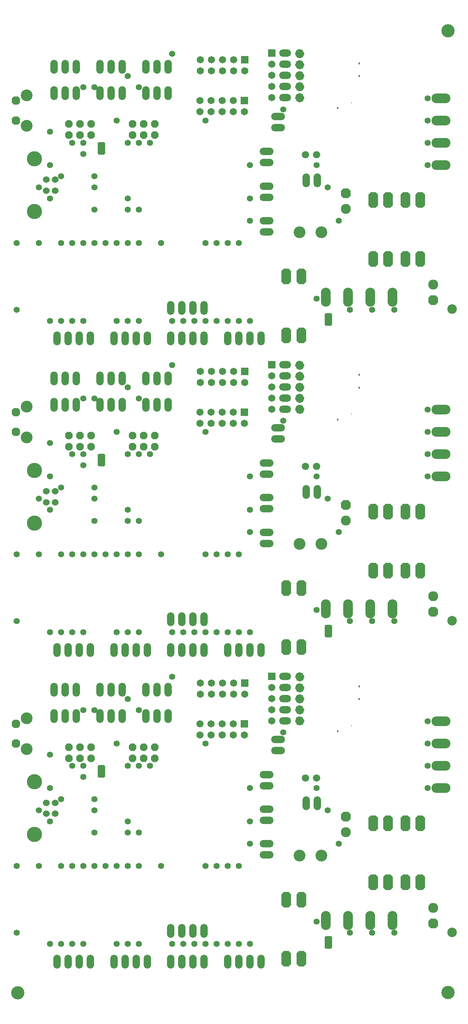
<source format=gbs>
G04 Layer_Color=16711935*
%FSLAX24Y24*%
%MOIN*%
G70*
G01*
G75*
%ADD47C,0.0600*%
G04:AMPARAMS|DCode=164|XSize=118.7mil|YSize=118.7mil|CornerRadius=59.4mil|HoleSize=0mil|Usage=FLASHONLY|Rotation=90.000|XOffset=0mil|YOffset=0mil|HoleType=Round|Shape=RoundedRectangle|*
%AMROUNDEDRECTD164*
21,1,0.1187,0.0000,0,0,90.0*
21,1,0.0000,0.1187,0,0,90.0*
1,1,0.1187,0.0000,0.0000*
1,1,0.1187,0.0000,0.0000*
1,1,0.1187,0.0000,0.0000*
1,1,0.1187,0.0000,0.0000*
%
%ADD164ROUNDEDRECTD164*%
G04:AMPARAMS|DCode=194|XSize=56mil|YSize=56mil|CornerRadius=28mil|HoleSize=0mil|Usage=FLASHONLY|Rotation=90.000|XOffset=0mil|YOffset=0mil|HoleType=Round|Shape=RoundedRectangle|*
%AMROUNDEDRECTD194*
21,1,0.0560,0.0000,0,0,90.0*
21,1,0.0000,0.0560,0,0,90.0*
1,1,0.0560,0.0000,0.0000*
1,1,0.0560,0.0000,0.0000*
1,1,0.0560,0.0000,0.0000*
1,1,0.0560,0.0000,0.0000*
%
%ADD194ROUNDEDRECTD194*%
G04:AMPARAMS|DCode=196|XSize=139mil|YSize=89mil|CornerRadius=0mil|HoleSize=0mil|Usage=FLASHONLY|Rotation=270.000|XOffset=0mil|YOffset=0mil|HoleType=Round|Shape=Octagon|*
%AMOCTAGOND196*
4,1,8,-0.0223,-0.0695,0.0223,-0.0695,0.0445,-0.0473,0.0445,0.0473,0.0223,0.0695,-0.0223,0.0695,-0.0445,0.0473,-0.0445,-0.0473,-0.0223,-0.0695,0.0*
%
%ADD196OCTAGOND196*%

%ADD197C,0.0651*%
%ADD198R,0.0651X0.0651*%
%ADD199O,0.0660X0.1260*%
%ADD200P,0.0823X8X292.5*%
%ADD201C,0.1060*%
%ADD202O,0.1260X0.0660*%
%ADD203O,0.1084X0.0651*%
%ADD204R,0.0651X0.0651*%
%ADD205C,0.1365*%
%ADD206O,0.1710X0.0885*%
%ADD207P,0.0974X8X112.5*%
%ADD208C,0.0900*%
%ADD209P,0.0736X8X22.5*%
%ADD210C,0.0660*%
%ADD211C,0.0860*%
%ADD212O,0.0885X0.1710*%
%ADD213C,0.0180*%
%ADD214C,0.0080*%
%ADD215C,0.0420*%
%ADD216R,0.0704X0.0354*%
G04:AMPARAMS|DCode=217|XSize=52mil|YSize=69mil|CornerRadius=14.5mil|HoleSize=0mil|Usage=FLASHONLY|Rotation=270.000|XOffset=0mil|YOffset=0mil|HoleType=Round|Shape=RoundedRectangle|*
%AMROUNDEDRECTD217*
21,1,0.0520,0.0400,0,0,270.0*
21,1,0.0230,0.0690,0,0,270.0*
1,1,0.0290,-0.0200,-0.0115*
1,1,0.0290,-0.0200,0.0115*
1,1,0.0290,0.0200,0.0115*
1,1,0.0290,0.0200,-0.0115*
%
%ADD217ROUNDEDRECTD217*%
G04:AMPARAMS|DCode=218|XSize=56mil|YSize=56mil|CornerRadius=28mil|HoleSize=0mil|Usage=FLASHONLY|Rotation=0.000|XOffset=0mil|YOffset=0mil|HoleType=Round|Shape=RoundedRectangle|*
%AMROUNDEDRECTD218*
21,1,0.0560,0.0000,0,0,0.0*
21,1,0.0000,0.0560,0,0,0.0*
1,1,0.0560,0.0000,0.0000*
1,1,0.0560,0.0000,0.0000*
1,1,0.0560,0.0000,0.0000*
1,1,0.0560,0.0000,0.0000*
%
%ADD218ROUNDEDRECTD218*%
D47*
X15637Y26665D02*
D03*
Y27657D02*
D03*
X16427D02*
D03*
Y26665D02*
D03*
X15637Y54657D02*
D03*
Y55650D02*
D03*
X16427D02*
D03*
Y54657D02*
D03*
X15637Y82650D02*
D03*
Y83642D02*
D03*
X16427D02*
D03*
Y82650D02*
D03*
D164*
X51800Y96998D02*
D03*
Y10600D02*
D03*
X13061Y10561D02*
D03*
D194*
X33969Y23969D02*
D03*
X36969Y33969D02*
D03*
X33969Y51961D02*
D03*
X36969Y61961D02*
D03*
X33969Y79953D02*
D03*
X36969Y89953D02*
D03*
D196*
X38583Y18959D02*
D03*
X37243D02*
D03*
Y13659D02*
D03*
X38583D02*
D03*
X45048Y25809D02*
D03*
X46389D02*
D03*
Y20509D02*
D03*
X45048D02*
D03*
X47952Y20519D02*
D03*
X49292D02*
D03*
Y25819D02*
D03*
X47952D02*
D03*
X38583Y46951D02*
D03*
X37243D02*
D03*
Y41651D02*
D03*
X38583D02*
D03*
X45048Y53802D02*
D03*
X46389D02*
D03*
Y48502D02*
D03*
X45048D02*
D03*
X47952Y48511D02*
D03*
X49292D02*
D03*
Y53811D02*
D03*
X47952D02*
D03*
X38583Y74943D02*
D03*
X37243D02*
D03*
Y69643D02*
D03*
X38583D02*
D03*
X45048Y81794D02*
D03*
X46389D02*
D03*
Y76494D02*
D03*
X45048D02*
D03*
X47952Y76504D02*
D03*
X49292D02*
D03*
Y81804D02*
D03*
X47952D02*
D03*
D197*
X29484Y37425D02*
D03*
Y38425D02*
D03*
X30484Y37425D02*
D03*
Y38425D02*
D03*
X31484Y37425D02*
D03*
Y38425D02*
D03*
X32484Y37425D02*
D03*
Y38425D02*
D03*
X33484Y37425D02*
D03*
X29465Y33754D02*
D03*
Y34754D02*
D03*
X30465Y33754D02*
D03*
Y34754D02*
D03*
X31465Y33754D02*
D03*
Y34754D02*
D03*
X32465Y33754D02*
D03*
Y34754D02*
D03*
X33465Y33754D02*
D03*
X35915Y35026D02*
D03*
Y36026D02*
D03*
Y37026D02*
D03*
Y38026D02*
D03*
X29484Y65417D02*
D03*
Y66417D02*
D03*
X30484Y65417D02*
D03*
Y66417D02*
D03*
X31484Y65417D02*
D03*
Y66417D02*
D03*
X32484Y65417D02*
D03*
Y66417D02*
D03*
X33484Y65417D02*
D03*
X29465Y61746D02*
D03*
Y62746D02*
D03*
X30465Y61746D02*
D03*
Y62746D02*
D03*
X31465Y61746D02*
D03*
Y62746D02*
D03*
X32465Y61746D02*
D03*
Y62746D02*
D03*
X33465Y61746D02*
D03*
X35915Y63018D02*
D03*
Y64018D02*
D03*
Y65018D02*
D03*
Y66018D02*
D03*
X29484Y93409D02*
D03*
Y94409D02*
D03*
X30484Y93409D02*
D03*
Y94409D02*
D03*
X31484Y93409D02*
D03*
Y94409D02*
D03*
X32484Y93409D02*
D03*
Y94409D02*
D03*
X33484Y93409D02*
D03*
X29465Y89738D02*
D03*
Y90738D02*
D03*
X30465Y89738D02*
D03*
Y90738D02*
D03*
X31465Y89738D02*
D03*
Y90738D02*
D03*
X32465Y89738D02*
D03*
Y90738D02*
D03*
X33465Y89738D02*
D03*
X35915Y91010D02*
D03*
Y92010D02*
D03*
Y93010D02*
D03*
Y94010D02*
D03*
D198*
X33484Y38425D02*
D03*
X33465Y34754D02*
D03*
X33484Y66417D02*
D03*
X33465Y62746D02*
D03*
X33484Y94409D02*
D03*
X33465Y90738D02*
D03*
D199*
X26846Y13386D02*
D03*
X27846D02*
D03*
X28846D02*
D03*
X29846D02*
D03*
X26846Y16142D02*
D03*
X27846D02*
D03*
X28846D02*
D03*
X29846D02*
D03*
X24591Y37795D02*
D03*
X25591D02*
D03*
X26591D02*
D03*
X20457D02*
D03*
X21457D02*
D03*
X22457D02*
D03*
X16323D02*
D03*
X17323D02*
D03*
X18323D02*
D03*
X22457Y35433D02*
D03*
X21457D02*
D03*
X20457D02*
D03*
X26591D02*
D03*
X25591D02*
D03*
X24591D02*
D03*
X18323D02*
D03*
X17323D02*
D03*
X16323D02*
D03*
X39028Y27598D02*
D03*
X40028D02*
D03*
X16610Y13386D02*
D03*
X17610D02*
D03*
X18610D02*
D03*
X19610D02*
D03*
X21728D02*
D03*
X22728D02*
D03*
X23728D02*
D03*
X24728D02*
D03*
X31965D02*
D03*
X32965D02*
D03*
X33965D02*
D03*
X34965D02*
D03*
X26846Y41378D02*
D03*
X27846D02*
D03*
X28846D02*
D03*
X29846D02*
D03*
X26846Y44134D02*
D03*
X27846D02*
D03*
X28846D02*
D03*
X29846D02*
D03*
X24591Y65787D02*
D03*
X25591D02*
D03*
X26591D02*
D03*
X20457D02*
D03*
X21457D02*
D03*
X22457D02*
D03*
X16323D02*
D03*
X17323D02*
D03*
X18323D02*
D03*
X22457Y63425D02*
D03*
X21457D02*
D03*
X20457D02*
D03*
X26591D02*
D03*
X25591D02*
D03*
X24591D02*
D03*
X18323D02*
D03*
X17323D02*
D03*
X16323D02*
D03*
X39028Y55591D02*
D03*
X40028D02*
D03*
X16610Y41378D02*
D03*
X17610D02*
D03*
X18610D02*
D03*
X19610D02*
D03*
X21728D02*
D03*
X22728D02*
D03*
X23728D02*
D03*
X24728D02*
D03*
X31965D02*
D03*
X32965D02*
D03*
X33965D02*
D03*
X34965D02*
D03*
X26846Y69370D02*
D03*
X27846D02*
D03*
X28846D02*
D03*
X29846D02*
D03*
X26846Y72126D02*
D03*
X27846D02*
D03*
X28846D02*
D03*
X29846D02*
D03*
X24591Y93780D02*
D03*
X25591D02*
D03*
X26591D02*
D03*
X20457D02*
D03*
X21457D02*
D03*
X22457D02*
D03*
X16323D02*
D03*
X17323D02*
D03*
X18323D02*
D03*
X22457Y91417D02*
D03*
X21457D02*
D03*
X20457D02*
D03*
X26591D02*
D03*
X25591D02*
D03*
X24591D02*
D03*
X18323D02*
D03*
X17323D02*
D03*
X16323D02*
D03*
X39028Y83583D02*
D03*
X40028D02*
D03*
X16610Y69370D02*
D03*
X17610D02*
D03*
X18610D02*
D03*
X19610D02*
D03*
X21728D02*
D03*
X22728D02*
D03*
X23728D02*
D03*
X24728D02*
D03*
X31965D02*
D03*
X32965D02*
D03*
X33965D02*
D03*
X34965D02*
D03*
D200*
X12896Y34748D02*
D03*
Y32968D02*
D03*
Y62740D02*
D03*
Y60960D02*
D03*
Y90733D02*
D03*
Y88953D02*
D03*
D201*
X13876Y35238D02*
D03*
Y32478D02*
D03*
X40413Y22913D02*
D03*
X38445D02*
D03*
X13876Y63230D02*
D03*
Y60470D02*
D03*
X40413Y50906D02*
D03*
X38445D02*
D03*
X13876Y91223D02*
D03*
Y88463D02*
D03*
X40413Y78898D02*
D03*
X38445D02*
D03*
D202*
X35472Y29185D02*
D03*
Y30185D02*
D03*
Y26075D02*
D03*
Y27075D02*
D03*
X36496Y33335D02*
D03*
Y32335D02*
D03*
X35472Y22965D02*
D03*
Y23965D02*
D03*
Y57177D02*
D03*
Y58177D02*
D03*
Y54067D02*
D03*
Y55067D02*
D03*
X36496Y61327D02*
D03*
Y60327D02*
D03*
X35472Y50957D02*
D03*
Y51957D02*
D03*
Y85169D02*
D03*
Y86169D02*
D03*
Y82059D02*
D03*
Y83059D02*
D03*
X36496Y89319D02*
D03*
Y88319D02*
D03*
X35472Y78949D02*
D03*
Y79949D02*
D03*
D203*
X37132Y35026D02*
D03*
Y36026D02*
D03*
Y37026D02*
D03*
Y38026D02*
D03*
Y39026D02*
D03*
Y63018D02*
D03*
Y64018D02*
D03*
Y65018D02*
D03*
Y66018D02*
D03*
Y67018D02*
D03*
Y91010D02*
D03*
Y92010D02*
D03*
Y93010D02*
D03*
Y94010D02*
D03*
Y95010D02*
D03*
D204*
X35915Y39026D02*
D03*
Y67018D02*
D03*
Y95010D02*
D03*
D205*
X14567Y24795D02*
D03*
Y29528D02*
D03*
Y52787D02*
D03*
Y57520D02*
D03*
Y80780D02*
D03*
Y85512D02*
D03*
D206*
X51178Y28969D02*
D03*
Y30968D02*
D03*
Y32968D02*
D03*
Y34969D02*
D03*
Y56961D02*
D03*
Y58961D02*
D03*
Y60961D02*
D03*
Y62961D02*
D03*
Y84953D02*
D03*
Y86953D02*
D03*
Y88953D02*
D03*
Y90953D02*
D03*
D207*
X42608Y26418D02*
D03*
X50453Y16820D02*
D03*
X42608Y54411D02*
D03*
X50453Y44812D02*
D03*
X42608Y82403D02*
D03*
X50453Y72804D02*
D03*
D208*
X42608Y25018D02*
D03*
X50453Y18220D02*
D03*
X42608Y53011D02*
D03*
X50453Y46212D02*
D03*
X42608Y81003D02*
D03*
X50453Y74204D02*
D03*
D209*
X23390Y31644D02*
D03*
Y32644D02*
D03*
X24390Y31644D02*
D03*
Y32644D02*
D03*
X25390Y31644D02*
D03*
Y32644D02*
D03*
X17664Y31644D02*
D03*
Y32644D02*
D03*
X18664Y31644D02*
D03*
Y32644D02*
D03*
X19664Y31644D02*
D03*
Y32644D02*
D03*
X23390Y59636D02*
D03*
Y60636D02*
D03*
X24390Y59636D02*
D03*
Y60636D02*
D03*
X25390Y59636D02*
D03*
Y60636D02*
D03*
X17664Y59636D02*
D03*
Y60636D02*
D03*
X18664Y59636D02*
D03*
Y60636D02*
D03*
X19664Y59636D02*
D03*
Y60636D02*
D03*
X23390Y87628D02*
D03*
Y88628D02*
D03*
X24390Y87628D02*
D03*
Y88628D02*
D03*
X25390Y87628D02*
D03*
Y88628D02*
D03*
X17664Y87628D02*
D03*
Y88628D02*
D03*
X18664Y87628D02*
D03*
Y88628D02*
D03*
X19664Y87628D02*
D03*
Y88628D02*
D03*
D210*
X38976Y29882D02*
D03*
X39976D02*
D03*
X38976Y57874D02*
D03*
X39976D02*
D03*
X38976Y85866D02*
D03*
X39976D02*
D03*
D211*
X52175Y16024D02*
D03*
Y44016D02*
D03*
Y72008D02*
D03*
D212*
X40789Y17077D02*
D03*
X42789D02*
D03*
X44789D02*
D03*
X46789D02*
D03*
X40789Y45069D02*
D03*
X42789D02*
D03*
X44789D02*
D03*
X46789D02*
D03*
X40789Y73061D02*
D03*
X42789D02*
D03*
X44789D02*
D03*
X46789D02*
D03*
D213*
X43798Y38108D02*
D03*
X43795Y36964D02*
D03*
X41859Y34092D02*
D03*
X43798Y66101D02*
D03*
X43795Y64957D02*
D03*
X41859Y62084D02*
D03*
X43798Y94093D02*
D03*
X43795Y92949D02*
D03*
X41859Y90076D02*
D03*
D214*
X43099Y34569D02*
D03*
Y62561D02*
D03*
Y90553D02*
D03*
D215*
X38645Y35010D02*
G03*
X38645Y35010I-200J0D01*
G01*
Y35999D02*
G03*
X38645Y35999I-200J0D01*
G01*
Y36988D02*
G03*
X38645Y36988I-200J0D01*
G01*
Y37977D02*
G03*
X38645Y37977I-200J0D01*
G01*
Y38967D02*
G03*
X38645Y38967I-200J0D01*
G01*
Y63002D02*
G03*
X38645Y63002I-200J0D01*
G01*
Y63991D02*
G03*
X38645Y63991I-200J0D01*
G01*
Y64980D02*
G03*
X38645Y64980I-200J0D01*
G01*
Y65969D02*
G03*
X38645Y65969I-200J0D01*
G01*
Y66959D02*
G03*
X38645Y66959I-200J0D01*
G01*
Y90994D02*
G03*
X38645Y90994I-200J0D01*
G01*
Y91983D02*
G03*
X38645Y91983I-200J0D01*
G01*
Y92972D02*
G03*
X38645Y92972I-200J0D01*
G01*
Y93962D02*
G03*
X38645Y93962I-200J0D01*
G01*
Y94951D02*
G03*
X38645Y94951I-200J0D01*
G01*
D216*
X20593Y30472D02*
D03*
X41031Y15089D02*
D03*
X20593Y58465D02*
D03*
X41031Y43081D02*
D03*
X20593Y86457D02*
D03*
X41031Y71073D02*
D03*
D217*
X20600Y30763D02*
D03*
Y30163D02*
D03*
X41024Y14798D02*
D03*
Y15398D02*
D03*
X20600Y58755D02*
D03*
Y58155D02*
D03*
X41024Y42791D02*
D03*
Y43391D02*
D03*
X20600Y86747D02*
D03*
Y86147D02*
D03*
X41024Y70783D02*
D03*
Y71383D02*
D03*
D218*
X39969Y16968D02*
D03*
X46968Y15969D02*
D03*
X44969D02*
D03*
X42969D02*
D03*
X26969Y14969D02*
D03*
X30968D02*
D03*
X27968D02*
D03*
X31969D02*
D03*
X33969D02*
D03*
X29969D02*
D03*
X32968D02*
D03*
X28969D02*
D03*
X18968D02*
D03*
X12968Y15969D02*
D03*
X21969Y14969D02*
D03*
X15969D02*
D03*
X17968D02*
D03*
X23969D02*
D03*
X22968D02*
D03*
X16968D02*
D03*
X21969Y32968D02*
D03*
X26969Y38969D02*
D03*
X14969Y26969D02*
D03*
X15969Y25968D02*
D03*
X18968Y30968D02*
D03*
X15969Y31969D02*
D03*
X17968Y30968D02*
D03*
X18968Y29969D02*
D03*
X23969Y35968D02*
D03*
X22968Y36969D02*
D03*
X19969Y35968D02*
D03*
X18968D02*
D03*
X24969Y30968D02*
D03*
X29969Y32968D02*
D03*
X23969Y30968D02*
D03*
X22968D02*
D03*
X41968Y23969D02*
D03*
X33969Y28969D02*
D03*
Y25968D02*
D03*
X32968Y21969D02*
D03*
X29969D02*
D03*
X31969D02*
D03*
X30968D02*
D03*
X25968D02*
D03*
X21969D02*
D03*
X23969D02*
D03*
X22968D02*
D03*
X20968D02*
D03*
X17968D02*
D03*
X19969D02*
D03*
X18968D02*
D03*
X16968D02*
D03*
X12968D02*
D03*
X14969D02*
D03*
X49969Y32968D02*
D03*
Y28969D02*
D03*
Y34969D02*
D03*
Y30968D02*
D03*
X39969Y28969D02*
D03*
X40968Y26969D02*
D03*
X19969Y24969D02*
D03*
Y26969D02*
D03*
Y27968D02*
D03*
X16968D02*
D03*
X15969Y28969D02*
D03*
X22968Y25968D02*
D03*
X23969Y24969D02*
D03*
X22968D02*
D03*
X39969Y44961D02*
D03*
X46968Y43961D02*
D03*
X44969D02*
D03*
X42969D02*
D03*
X26969Y42961D02*
D03*
X30968D02*
D03*
X27968D02*
D03*
X31969D02*
D03*
X33969D02*
D03*
X29969D02*
D03*
X32968D02*
D03*
X28969D02*
D03*
X18968D02*
D03*
X12968Y43961D02*
D03*
X21969Y42961D02*
D03*
X15969D02*
D03*
X17968D02*
D03*
X23969D02*
D03*
X22968D02*
D03*
X16968D02*
D03*
X21969Y60961D02*
D03*
X26969Y66961D02*
D03*
X14969Y54961D02*
D03*
X15969Y53961D02*
D03*
X18968Y58961D02*
D03*
X15969Y59961D02*
D03*
X17968Y58961D02*
D03*
X18968Y57961D02*
D03*
X23969Y63961D02*
D03*
X22968Y64961D02*
D03*
X19969Y63961D02*
D03*
X18968D02*
D03*
X24969Y58961D02*
D03*
X29969Y60961D02*
D03*
X23969Y58961D02*
D03*
X22968D02*
D03*
X41968Y51961D02*
D03*
X33969Y56961D02*
D03*
Y53961D02*
D03*
X32968Y49961D02*
D03*
X29969D02*
D03*
X31969D02*
D03*
X30968D02*
D03*
X25968D02*
D03*
X21969D02*
D03*
X23969D02*
D03*
X22968D02*
D03*
X20968D02*
D03*
X17968D02*
D03*
X19969D02*
D03*
X18968D02*
D03*
X16968D02*
D03*
X12968D02*
D03*
X14969D02*
D03*
X49969Y60961D02*
D03*
Y56961D02*
D03*
Y62961D02*
D03*
Y58961D02*
D03*
X39969Y56961D02*
D03*
X40968Y54961D02*
D03*
X19969Y52961D02*
D03*
Y54961D02*
D03*
Y55961D02*
D03*
X16968D02*
D03*
X15969Y56961D02*
D03*
X22968Y53961D02*
D03*
X23969Y52961D02*
D03*
X22968D02*
D03*
X39969Y72953D02*
D03*
X46968Y71953D02*
D03*
X44969D02*
D03*
X42969D02*
D03*
X26969Y70953D02*
D03*
X30968D02*
D03*
X27968D02*
D03*
X31969D02*
D03*
X33969D02*
D03*
X29969D02*
D03*
X32968D02*
D03*
X28969D02*
D03*
X18968D02*
D03*
X12968Y71953D02*
D03*
X21969Y70953D02*
D03*
X15969D02*
D03*
X17968D02*
D03*
X23969D02*
D03*
X22968D02*
D03*
X16968D02*
D03*
X21969Y88953D02*
D03*
X26969Y94953D02*
D03*
X14969Y82953D02*
D03*
X15969Y81953D02*
D03*
X18968Y86953D02*
D03*
X15969Y87953D02*
D03*
X17968Y86953D02*
D03*
X18968Y85953D02*
D03*
X23969Y91953D02*
D03*
X22968Y92953D02*
D03*
X19969Y91953D02*
D03*
X18968D02*
D03*
X24969Y86953D02*
D03*
X29969Y88953D02*
D03*
X23969Y86953D02*
D03*
X22968D02*
D03*
X41968Y79953D02*
D03*
X33969Y84953D02*
D03*
Y81953D02*
D03*
X32968Y77953D02*
D03*
X29969D02*
D03*
X31969D02*
D03*
X30968D02*
D03*
X25968D02*
D03*
X21969D02*
D03*
X23969D02*
D03*
X22968D02*
D03*
X20968D02*
D03*
X17968D02*
D03*
X19969D02*
D03*
X18968D02*
D03*
X16968D02*
D03*
X12968D02*
D03*
X14969D02*
D03*
X49969Y88953D02*
D03*
Y84953D02*
D03*
Y90953D02*
D03*
Y86953D02*
D03*
X39969Y84953D02*
D03*
X40968Y82953D02*
D03*
X19969Y80953D02*
D03*
Y82953D02*
D03*
Y83953D02*
D03*
X16968D02*
D03*
X15969Y84953D02*
D03*
X22968Y81953D02*
D03*
X23969Y80953D02*
D03*
X22968D02*
D03*
M02*

</source>
